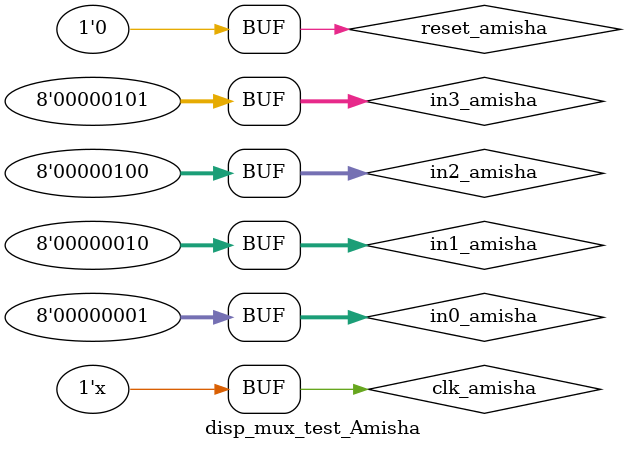
<source format=v>
`timescale 1ns / 1ps


module disp_mux_test_Amisha;
	// Inputs
	reg clk_amisha;
	reg reset_amisha;
	reg [7:0] in3_amisha;
	reg [7:0] in2_amisha;
	reg [7:0] in1_amisha;
	reg [7:0] in0_amisha;
	// Outputs
	wire [3:0] an_amisha;
	wire [7:0] sseg_amisha;
	// Instantiate the Unit Under Test (UUT)
	disp_mux_Amisha uut (
		.clk_amisha(clk_amisha), 
		.reset_amisha(reset_amisha), 
		.in3_amisha(in3_amisha), 
		.in2_amisha(in2_amisha), 
		.in1_amisha(in1_amisha), 
		.in0_amisha(in0_amisha), 
		.an_amisha(an_amisha), 
		.sseg_amisha(sseg_amisha)
	);
	initial begin
		clk_amisha = 0;
		reset_amisha = 1;
		in3_amisha = 0;
		in2_amisha = 0;
		in1_amisha = 0;
		in0_amisha = 0;
		#100;
		reset_amisha = 0;
		in3_amisha = 5;
		in2_amisha = 4;
		in1_amisha = 2;
		in0_amisha = 1;
		#100;
	end
always #50 clk_amisha = ~clk_amisha;     
endmodule


</source>
